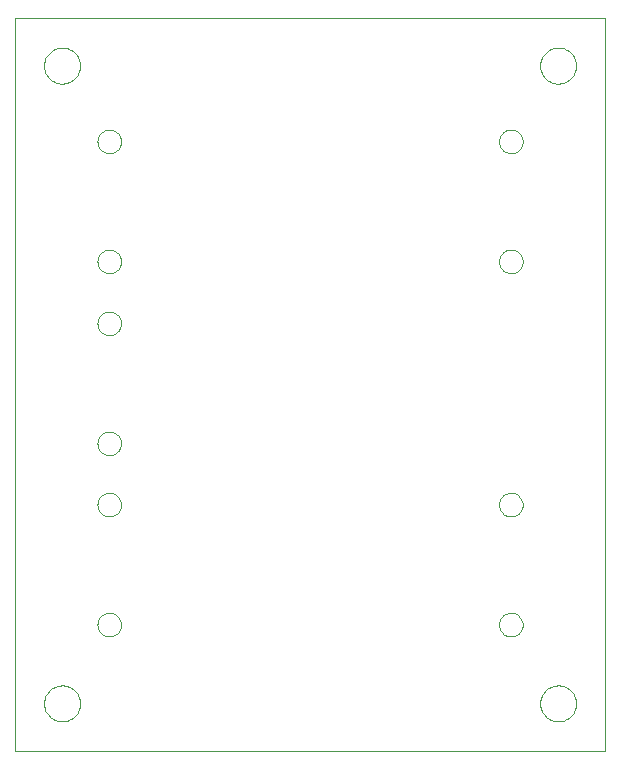
<source format=gko>
G75*
%MOIN*%
%OFA0B0*%
%FSLAX24Y24*%
%IPPOS*%
%LPD*%
%AMOC8*
5,1,8,0,0,1.08239X$1,22.5*
%
%ADD10C,0.0000*%
D10*
X008201Y000150D02*
X027886Y000150D01*
X027886Y024559D01*
X008201Y024559D01*
X008201Y000150D01*
X009176Y001725D02*
X009178Y001774D01*
X009184Y001822D01*
X009194Y001870D01*
X009208Y001917D01*
X009225Y001963D01*
X009246Y002007D01*
X009271Y002049D01*
X009299Y002089D01*
X009331Y002127D01*
X009365Y002162D01*
X009402Y002194D01*
X009441Y002223D01*
X009483Y002249D01*
X009527Y002271D01*
X009572Y002289D01*
X009619Y002304D01*
X009666Y002315D01*
X009715Y002322D01*
X009764Y002325D01*
X009813Y002324D01*
X009861Y002319D01*
X009910Y002310D01*
X009957Y002297D01*
X010003Y002280D01*
X010047Y002260D01*
X010090Y002236D01*
X010131Y002209D01*
X010169Y002178D01*
X010205Y002145D01*
X010237Y002109D01*
X010267Y002070D01*
X010294Y002029D01*
X010317Y001985D01*
X010336Y001940D01*
X010352Y001894D01*
X010364Y001847D01*
X010372Y001798D01*
X010376Y001749D01*
X010376Y001701D01*
X010372Y001652D01*
X010364Y001603D01*
X010352Y001556D01*
X010336Y001510D01*
X010317Y001465D01*
X010294Y001421D01*
X010267Y001380D01*
X010237Y001341D01*
X010205Y001305D01*
X010169Y001272D01*
X010131Y001241D01*
X010090Y001214D01*
X010047Y001190D01*
X010003Y001170D01*
X009957Y001153D01*
X009910Y001140D01*
X009861Y001131D01*
X009813Y001126D01*
X009764Y001125D01*
X009715Y001128D01*
X009666Y001135D01*
X009619Y001146D01*
X009572Y001161D01*
X009527Y001179D01*
X009483Y001201D01*
X009441Y001227D01*
X009402Y001256D01*
X009365Y001288D01*
X009331Y001323D01*
X009299Y001361D01*
X009271Y001401D01*
X009246Y001443D01*
X009225Y001487D01*
X009208Y001533D01*
X009194Y001580D01*
X009184Y001628D01*
X009178Y001676D01*
X009176Y001725D01*
X010957Y004351D02*
X010959Y004390D01*
X010965Y004429D01*
X010975Y004467D01*
X010988Y004504D01*
X011005Y004539D01*
X011025Y004573D01*
X011049Y004604D01*
X011076Y004633D01*
X011105Y004659D01*
X011137Y004682D01*
X011171Y004702D01*
X011207Y004718D01*
X011244Y004730D01*
X011283Y004739D01*
X011322Y004744D01*
X011361Y004745D01*
X011400Y004742D01*
X011439Y004735D01*
X011476Y004724D01*
X011513Y004710D01*
X011548Y004692D01*
X011581Y004671D01*
X011612Y004646D01*
X011640Y004619D01*
X011665Y004589D01*
X011687Y004556D01*
X011706Y004522D01*
X011721Y004486D01*
X011733Y004448D01*
X011741Y004410D01*
X011745Y004371D01*
X011745Y004331D01*
X011741Y004292D01*
X011733Y004254D01*
X011721Y004216D01*
X011706Y004180D01*
X011687Y004146D01*
X011665Y004113D01*
X011640Y004083D01*
X011612Y004056D01*
X011581Y004031D01*
X011548Y004010D01*
X011513Y003992D01*
X011476Y003978D01*
X011439Y003967D01*
X011400Y003960D01*
X011361Y003957D01*
X011322Y003958D01*
X011283Y003963D01*
X011244Y003972D01*
X011207Y003984D01*
X011171Y004000D01*
X011137Y004020D01*
X011105Y004043D01*
X011076Y004069D01*
X011049Y004098D01*
X011025Y004129D01*
X011005Y004163D01*
X010988Y004198D01*
X010975Y004235D01*
X010965Y004273D01*
X010959Y004312D01*
X010957Y004351D01*
X010957Y008351D02*
X010959Y008390D01*
X010965Y008429D01*
X010975Y008467D01*
X010988Y008504D01*
X011005Y008539D01*
X011025Y008573D01*
X011049Y008604D01*
X011076Y008633D01*
X011105Y008659D01*
X011137Y008682D01*
X011171Y008702D01*
X011207Y008718D01*
X011244Y008730D01*
X011283Y008739D01*
X011322Y008744D01*
X011361Y008745D01*
X011400Y008742D01*
X011439Y008735D01*
X011476Y008724D01*
X011513Y008710D01*
X011548Y008692D01*
X011581Y008671D01*
X011612Y008646D01*
X011640Y008619D01*
X011665Y008589D01*
X011687Y008556D01*
X011706Y008522D01*
X011721Y008486D01*
X011733Y008448D01*
X011741Y008410D01*
X011745Y008371D01*
X011745Y008331D01*
X011741Y008292D01*
X011733Y008254D01*
X011721Y008216D01*
X011706Y008180D01*
X011687Y008146D01*
X011665Y008113D01*
X011640Y008083D01*
X011612Y008056D01*
X011581Y008031D01*
X011548Y008010D01*
X011513Y007992D01*
X011476Y007978D01*
X011439Y007967D01*
X011400Y007960D01*
X011361Y007957D01*
X011322Y007958D01*
X011283Y007963D01*
X011244Y007972D01*
X011207Y007984D01*
X011171Y008000D01*
X011137Y008020D01*
X011105Y008043D01*
X011076Y008069D01*
X011049Y008098D01*
X011025Y008129D01*
X011005Y008163D01*
X010988Y008198D01*
X010975Y008235D01*
X010965Y008273D01*
X010959Y008312D01*
X010957Y008351D01*
X010957Y010394D02*
X010959Y010433D01*
X010965Y010472D01*
X010975Y010510D01*
X010988Y010547D01*
X011005Y010582D01*
X011025Y010616D01*
X011049Y010647D01*
X011076Y010676D01*
X011105Y010702D01*
X011137Y010725D01*
X011171Y010745D01*
X011207Y010761D01*
X011244Y010773D01*
X011283Y010782D01*
X011322Y010787D01*
X011361Y010788D01*
X011400Y010785D01*
X011439Y010778D01*
X011476Y010767D01*
X011513Y010753D01*
X011548Y010735D01*
X011581Y010714D01*
X011612Y010689D01*
X011640Y010662D01*
X011665Y010632D01*
X011687Y010599D01*
X011706Y010565D01*
X011721Y010529D01*
X011733Y010491D01*
X011741Y010453D01*
X011745Y010414D01*
X011745Y010374D01*
X011741Y010335D01*
X011733Y010297D01*
X011721Y010259D01*
X011706Y010223D01*
X011687Y010189D01*
X011665Y010156D01*
X011640Y010126D01*
X011612Y010099D01*
X011581Y010074D01*
X011548Y010053D01*
X011513Y010035D01*
X011476Y010021D01*
X011439Y010010D01*
X011400Y010003D01*
X011361Y010000D01*
X011322Y010001D01*
X011283Y010006D01*
X011244Y010015D01*
X011207Y010027D01*
X011171Y010043D01*
X011137Y010063D01*
X011105Y010086D01*
X011076Y010112D01*
X011049Y010141D01*
X011025Y010172D01*
X011005Y010206D01*
X010988Y010241D01*
X010975Y010278D01*
X010965Y010316D01*
X010959Y010355D01*
X010957Y010394D01*
X010957Y014394D02*
X010959Y014433D01*
X010965Y014472D01*
X010975Y014510D01*
X010988Y014547D01*
X011005Y014582D01*
X011025Y014616D01*
X011049Y014647D01*
X011076Y014676D01*
X011105Y014702D01*
X011137Y014725D01*
X011171Y014745D01*
X011207Y014761D01*
X011244Y014773D01*
X011283Y014782D01*
X011322Y014787D01*
X011361Y014788D01*
X011400Y014785D01*
X011439Y014778D01*
X011476Y014767D01*
X011513Y014753D01*
X011548Y014735D01*
X011581Y014714D01*
X011612Y014689D01*
X011640Y014662D01*
X011665Y014632D01*
X011687Y014599D01*
X011706Y014565D01*
X011721Y014529D01*
X011733Y014491D01*
X011741Y014453D01*
X011745Y014414D01*
X011745Y014374D01*
X011741Y014335D01*
X011733Y014297D01*
X011721Y014259D01*
X011706Y014223D01*
X011687Y014189D01*
X011665Y014156D01*
X011640Y014126D01*
X011612Y014099D01*
X011581Y014074D01*
X011548Y014053D01*
X011513Y014035D01*
X011476Y014021D01*
X011439Y014010D01*
X011400Y014003D01*
X011361Y014000D01*
X011322Y014001D01*
X011283Y014006D01*
X011244Y014015D01*
X011207Y014027D01*
X011171Y014043D01*
X011137Y014063D01*
X011105Y014086D01*
X011076Y014112D01*
X011049Y014141D01*
X011025Y014172D01*
X011005Y014206D01*
X010988Y014241D01*
X010975Y014278D01*
X010965Y014316D01*
X010959Y014355D01*
X010957Y014394D01*
X010957Y016457D02*
X010959Y016496D01*
X010965Y016535D01*
X010975Y016573D01*
X010988Y016610D01*
X011005Y016645D01*
X011025Y016679D01*
X011049Y016710D01*
X011076Y016739D01*
X011105Y016765D01*
X011137Y016788D01*
X011171Y016808D01*
X011207Y016824D01*
X011244Y016836D01*
X011283Y016845D01*
X011322Y016850D01*
X011361Y016851D01*
X011400Y016848D01*
X011439Y016841D01*
X011476Y016830D01*
X011513Y016816D01*
X011548Y016798D01*
X011581Y016777D01*
X011612Y016752D01*
X011640Y016725D01*
X011665Y016695D01*
X011687Y016662D01*
X011706Y016628D01*
X011721Y016592D01*
X011733Y016554D01*
X011741Y016516D01*
X011745Y016477D01*
X011745Y016437D01*
X011741Y016398D01*
X011733Y016360D01*
X011721Y016322D01*
X011706Y016286D01*
X011687Y016252D01*
X011665Y016219D01*
X011640Y016189D01*
X011612Y016162D01*
X011581Y016137D01*
X011548Y016116D01*
X011513Y016098D01*
X011476Y016084D01*
X011439Y016073D01*
X011400Y016066D01*
X011361Y016063D01*
X011322Y016064D01*
X011283Y016069D01*
X011244Y016078D01*
X011207Y016090D01*
X011171Y016106D01*
X011137Y016126D01*
X011105Y016149D01*
X011076Y016175D01*
X011049Y016204D01*
X011025Y016235D01*
X011005Y016269D01*
X010988Y016304D01*
X010975Y016341D01*
X010965Y016379D01*
X010959Y016418D01*
X010957Y016457D01*
X010957Y020457D02*
X010959Y020496D01*
X010965Y020535D01*
X010975Y020573D01*
X010988Y020610D01*
X011005Y020645D01*
X011025Y020679D01*
X011049Y020710D01*
X011076Y020739D01*
X011105Y020765D01*
X011137Y020788D01*
X011171Y020808D01*
X011207Y020824D01*
X011244Y020836D01*
X011283Y020845D01*
X011322Y020850D01*
X011361Y020851D01*
X011400Y020848D01*
X011439Y020841D01*
X011476Y020830D01*
X011513Y020816D01*
X011548Y020798D01*
X011581Y020777D01*
X011612Y020752D01*
X011640Y020725D01*
X011665Y020695D01*
X011687Y020662D01*
X011706Y020628D01*
X011721Y020592D01*
X011733Y020554D01*
X011741Y020516D01*
X011745Y020477D01*
X011745Y020437D01*
X011741Y020398D01*
X011733Y020360D01*
X011721Y020322D01*
X011706Y020286D01*
X011687Y020252D01*
X011665Y020219D01*
X011640Y020189D01*
X011612Y020162D01*
X011581Y020137D01*
X011548Y020116D01*
X011513Y020098D01*
X011476Y020084D01*
X011439Y020073D01*
X011400Y020066D01*
X011361Y020063D01*
X011322Y020064D01*
X011283Y020069D01*
X011244Y020078D01*
X011207Y020090D01*
X011171Y020106D01*
X011137Y020126D01*
X011105Y020149D01*
X011076Y020175D01*
X011049Y020204D01*
X011025Y020235D01*
X011005Y020269D01*
X010988Y020304D01*
X010975Y020341D01*
X010965Y020379D01*
X010959Y020418D01*
X010957Y020457D01*
X009176Y022985D02*
X009178Y023034D01*
X009184Y023082D01*
X009194Y023130D01*
X009208Y023177D01*
X009225Y023223D01*
X009246Y023267D01*
X009271Y023309D01*
X009299Y023349D01*
X009331Y023387D01*
X009365Y023422D01*
X009402Y023454D01*
X009441Y023483D01*
X009483Y023509D01*
X009527Y023531D01*
X009572Y023549D01*
X009619Y023564D01*
X009666Y023575D01*
X009715Y023582D01*
X009764Y023585D01*
X009813Y023584D01*
X009861Y023579D01*
X009910Y023570D01*
X009957Y023557D01*
X010003Y023540D01*
X010047Y023520D01*
X010090Y023496D01*
X010131Y023469D01*
X010169Y023438D01*
X010205Y023405D01*
X010237Y023369D01*
X010267Y023330D01*
X010294Y023289D01*
X010317Y023245D01*
X010336Y023200D01*
X010352Y023154D01*
X010364Y023107D01*
X010372Y023058D01*
X010376Y023009D01*
X010376Y022961D01*
X010372Y022912D01*
X010364Y022863D01*
X010352Y022816D01*
X010336Y022770D01*
X010317Y022725D01*
X010294Y022681D01*
X010267Y022640D01*
X010237Y022601D01*
X010205Y022565D01*
X010169Y022532D01*
X010131Y022501D01*
X010090Y022474D01*
X010047Y022450D01*
X010003Y022430D01*
X009957Y022413D01*
X009910Y022400D01*
X009861Y022391D01*
X009813Y022386D01*
X009764Y022385D01*
X009715Y022388D01*
X009666Y022395D01*
X009619Y022406D01*
X009572Y022421D01*
X009527Y022439D01*
X009483Y022461D01*
X009441Y022487D01*
X009402Y022516D01*
X009365Y022548D01*
X009331Y022583D01*
X009299Y022621D01*
X009271Y022661D01*
X009246Y022703D01*
X009225Y022747D01*
X009208Y022793D01*
X009194Y022840D01*
X009184Y022888D01*
X009178Y022936D01*
X009176Y022985D01*
X024342Y020457D02*
X024344Y020496D01*
X024350Y020535D01*
X024360Y020573D01*
X024373Y020610D01*
X024390Y020645D01*
X024410Y020679D01*
X024434Y020710D01*
X024461Y020739D01*
X024490Y020765D01*
X024522Y020788D01*
X024556Y020808D01*
X024592Y020824D01*
X024629Y020836D01*
X024668Y020845D01*
X024707Y020850D01*
X024746Y020851D01*
X024785Y020848D01*
X024824Y020841D01*
X024861Y020830D01*
X024898Y020816D01*
X024933Y020798D01*
X024966Y020777D01*
X024997Y020752D01*
X025025Y020725D01*
X025050Y020695D01*
X025072Y020662D01*
X025091Y020628D01*
X025106Y020592D01*
X025118Y020554D01*
X025126Y020516D01*
X025130Y020477D01*
X025130Y020437D01*
X025126Y020398D01*
X025118Y020360D01*
X025106Y020322D01*
X025091Y020286D01*
X025072Y020252D01*
X025050Y020219D01*
X025025Y020189D01*
X024997Y020162D01*
X024966Y020137D01*
X024933Y020116D01*
X024898Y020098D01*
X024861Y020084D01*
X024824Y020073D01*
X024785Y020066D01*
X024746Y020063D01*
X024707Y020064D01*
X024668Y020069D01*
X024629Y020078D01*
X024592Y020090D01*
X024556Y020106D01*
X024522Y020126D01*
X024490Y020149D01*
X024461Y020175D01*
X024434Y020204D01*
X024410Y020235D01*
X024390Y020269D01*
X024373Y020304D01*
X024360Y020341D01*
X024350Y020379D01*
X024344Y020418D01*
X024342Y020457D01*
X025711Y022985D02*
X025713Y023034D01*
X025719Y023082D01*
X025729Y023130D01*
X025743Y023177D01*
X025760Y023223D01*
X025781Y023267D01*
X025806Y023309D01*
X025834Y023349D01*
X025866Y023387D01*
X025900Y023422D01*
X025937Y023454D01*
X025976Y023483D01*
X026018Y023509D01*
X026062Y023531D01*
X026107Y023549D01*
X026154Y023564D01*
X026201Y023575D01*
X026250Y023582D01*
X026299Y023585D01*
X026348Y023584D01*
X026396Y023579D01*
X026445Y023570D01*
X026492Y023557D01*
X026538Y023540D01*
X026582Y023520D01*
X026625Y023496D01*
X026666Y023469D01*
X026704Y023438D01*
X026740Y023405D01*
X026772Y023369D01*
X026802Y023330D01*
X026829Y023289D01*
X026852Y023245D01*
X026871Y023200D01*
X026887Y023154D01*
X026899Y023107D01*
X026907Y023058D01*
X026911Y023009D01*
X026911Y022961D01*
X026907Y022912D01*
X026899Y022863D01*
X026887Y022816D01*
X026871Y022770D01*
X026852Y022725D01*
X026829Y022681D01*
X026802Y022640D01*
X026772Y022601D01*
X026740Y022565D01*
X026704Y022532D01*
X026666Y022501D01*
X026625Y022474D01*
X026582Y022450D01*
X026538Y022430D01*
X026492Y022413D01*
X026445Y022400D01*
X026396Y022391D01*
X026348Y022386D01*
X026299Y022385D01*
X026250Y022388D01*
X026201Y022395D01*
X026154Y022406D01*
X026107Y022421D01*
X026062Y022439D01*
X026018Y022461D01*
X025976Y022487D01*
X025937Y022516D01*
X025900Y022548D01*
X025866Y022583D01*
X025834Y022621D01*
X025806Y022661D01*
X025781Y022703D01*
X025760Y022747D01*
X025743Y022793D01*
X025729Y022840D01*
X025719Y022888D01*
X025713Y022936D01*
X025711Y022985D01*
X024342Y016457D02*
X024344Y016496D01*
X024350Y016535D01*
X024360Y016573D01*
X024373Y016610D01*
X024390Y016645D01*
X024410Y016679D01*
X024434Y016710D01*
X024461Y016739D01*
X024490Y016765D01*
X024522Y016788D01*
X024556Y016808D01*
X024592Y016824D01*
X024629Y016836D01*
X024668Y016845D01*
X024707Y016850D01*
X024746Y016851D01*
X024785Y016848D01*
X024824Y016841D01*
X024861Y016830D01*
X024898Y016816D01*
X024933Y016798D01*
X024966Y016777D01*
X024997Y016752D01*
X025025Y016725D01*
X025050Y016695D01*
X025072Y016662D01*
X025091Y016628D01*
X025106Y016592D01*
X025118Y016554D01*
X025126Y016516D01*
X025130Y016477D01*
X025130Y016437D01*
X025126Y016398D01*
X025118Y016360D01*
X025106Y016322D01*
X025091Y016286D01*
X025072Y016252D01*
X025050Y016219D01*
X025025Y016189D01*
X024997Y016162D01*
X024966Y016137D01*
X024933Y016116D01*
X024898Y016098D01*
X024861Y016084D01*
X024824Y016073D01*
X024785Y016066D01*
X024746Y016063D01*
X024707Y016064D01*
X024668Y016069D01*
X024629Y016078D01*
X024592Y016090D01*
X024556Y016106D01*
X024522Y016126D01*
X024490Y016149D01*
X024461Y016175D01*
X024434Y016204D01*
X024410Y016235D01*
X024390Y016269D01*
X024373Y016304D01*
X024360Y016341D01*
X024350Y016379D01*
X024344Y016418D01*
X024342Y016457D01*
X024342Y008351D02*
X024344Y008390D01*
X024350Y008429D01*
X024360Y008467D01*
X024373Y008504D01*
X024390Y008539D01*
X024410Y008573D01*
X024434Y008604D01*
X024461Y008633D01*
X024490Y008659D01*
X024522Y008682D01*
X024556Y008702D01*
X024592Y008718D01*
X024629Y008730D01*
X024668Y008739D01*
X024707Y008744D01*
X024746Y008745D01*
X024785Y008742D01*
X024824Y008735D01*
X024861Y008724D01*
X024898Y008710D01*
X024933Y008692D01*
X024966Y008671D01*
X024997Y008646D01*
X025025Y008619D01*
X025050Y008589D01*
X025072Y008556D01*
X025091Y008522D01*
X025106Y008486D01*
X025118Y008448D01*
X025126Y008410D01*
X025130Y008371D01*
X025130Y008331D01*
X025126Y008292D01*
X025118Y008254D01*
X025106Y008216D01*
X025091Y008180D01*
X025072Y008146D01*
X025050Y008113D01*
X025025Y008083D01*
X024997Y008056D01*
X024966Y008031D01*
X024933Y008010D01*
X024898Y007992D01*
X024861Y007978D01*
X024824Y007967D01*
X024785Y007960D01*
X024746Y007957D01*
X024707Y007958D01*
X024668Y007963D01*
X024629Y007972D01*
X024592Y007984D01*
X024556Y008000D01*
X024522Y008020D01*
X024490Y008043D01*
X024461Y008069D01*
X024434Y008098D01*
X024410Y008129D01*
X024390Y008163D01*
X024373Y008198D01*
X024360Y008235D01*
X024350Y008273D01*
X024344Y008312D01*
X024342Y008351D01*
X024342Y004351D02*
X024344Y004390D01*
X024350Y004429D01*
X024360Y004467D01*
X024373Y004504D01*
X024390Y004539D01*
X024410Y004573D01*
X024434Y004604D01*
X024461Y004633D01*
X024490Y004659D01*
X024522Y004682D01*
X024556Y004702D01*
X024592Y004718D01*
X024629Y004730D01*
X024668Y004739D01*
X024707Y004744D01*
X024746Y004745D01*
X024785Y004742D01*
X024824Y004735D01*
X024861Y004724D01*
X024898Y004710D01*
X024933Y004692D01*
X024966Y004671D01*
X024997Y004646D01*
X025025Y004619D01*
X025050Y004589D01*
X025072Y004556D01*
X025091Y004522D01*
X025106Y004486D01*
X025118Y004448D01*
X025126Y004410D01*
X025130Y004371D01*
X025130Y004331D01*
X025126Y004292D01*
X025118Y004254D01*
X025106Y004216D01*
X025091Y004180D01*
X025072Y004146D01*
X025050Y004113D01*
X025025Y004083D01*
X024997Y004056D01*
X024966Y004031D01*
X024933Y004010D01*
X024898Y003992D01*
X024861Y003978D01*
X024824Y003967D01*
X024785Y003960D01*
X024746Y003957D01*
X024707Y003958D01*
X024668Y003963D01*
X024629Y003972D01*
X024592Y003984D01*
X024556Y004000D01*
X024522Y004020D01*
X024490Y004043D01*
X024461Y004069D01*
X024434Y004098D01*
X024410Y004129D01*
X024390Y004163D01*
X024373Y004198D01*
X024360Y004235D01*
X024350Y004273D01*
X024344Y004312D01*
X024342Y004351D01*
X025711Y001725D02*
X025713Y001774D01*
X025719Y001822D01*
X025729Y001870D01*
X025743Y001917D01*
X025760Y001963D01*
X025781Y002007D01*
X025806Y002049D01*
X025834Y002089D01*
X025866Y002127D01*
X025900Y002162D01*
X025937Y002194D01*
X025976Y002223D01*
X026018Y002249D01*
X026062Y002271D01*
X026107Y002289D01*
X026154Y002304D01*
X026201Y002315D01*
X026250Y002322D01*
X026299Y002325D01*
X026348Y002324D01*
X026396Y002319D01*
X026445Y002310D01*
X026492Y002297D01*
X026538Y002280D01*
X026582Y002260D01*
X026625Y002236D01*
X026666Y002209D01*
X026704Y002178D01*
X026740Y002145D01*
X026772Y002109D01*
X026802Y002070D01*
X026829Y002029D01*
X026852Y001985D01*
X026871Y001940D01*
X026887Y001894D01*
X026899Y001847D01*
X026907Y001798D01*
X026911Y001749D01*
X026911Y001701D01*
X026907Y001652D01*
X026899Y001603D01*
X026887Y001556D01*
X026871Y001510D01*
X026852Y001465D01*
X026829Y001421D01*
X026802Y001380D01*
X026772Y001341D01*
X026740Y001305D01*
X026704Y001272D01*
X026666Y001241D01*
X026625Y001214D01*
X026582Y001190D01*
X026538Y001170D01*
X026492Y001153D01*
X026445Y001140D01*
X026396Y001131D01*
X026348Y001126D01*
X026299Y001125D01*
X026250Y001128D01*
X026201Y001135D01*
X026154Y001146D01*
X026107Y001161D01*
X026062Y001179D01*
X026018Y001201D01*
X025976Y001227D01*
X025937Y001256D01*
X025900Y001288D01*
X025866Y001323D01*
X025834Y001361D01*
X025806Y001401D01*
X025781Y001443D01*
X025760Y001487D01*
X025743Y001533D01*
X025729Y001580D01*
X025719Y001628D01*
X025713Y001676D01*
X025711Y001725D01*
M02*

</source>
